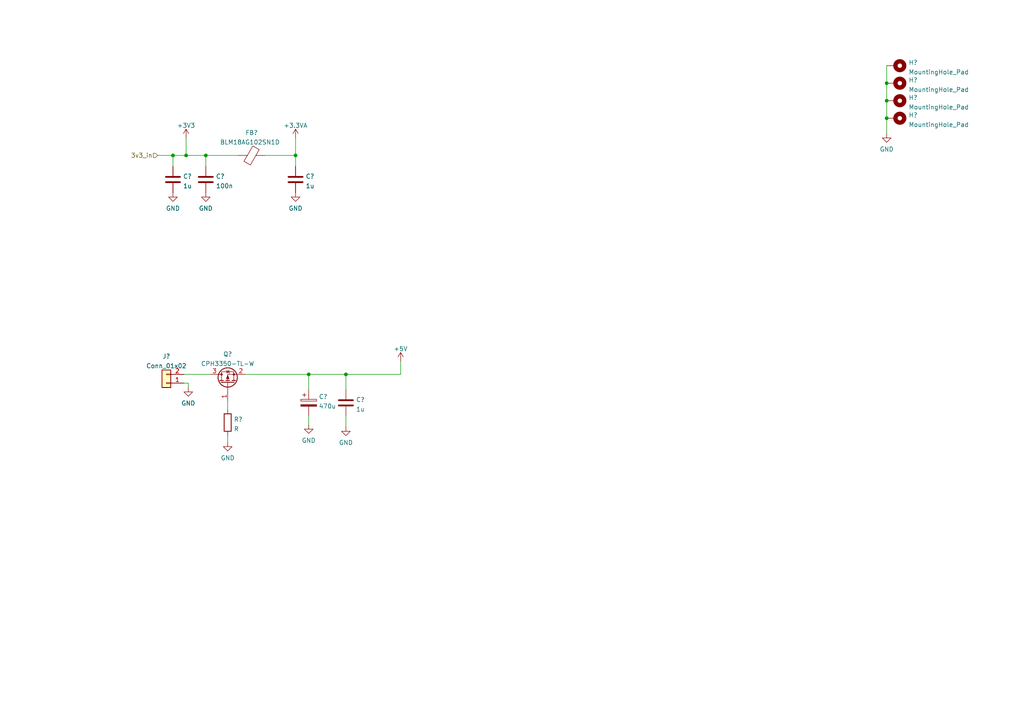
<source format=kicad_sch>
(kicad_sch (version 20211123) (generator eeschema)

  (uuid 6f8a94c2-2564-44ff-8ef7-78b629b66f65)

  (paper "A4")

  (lib_symbols
    (symbol "Connector_Generic:Conn_01x02" (pin_names (offset 1.016) hide) (in_bom yes) (on_board yes)
      (property "Reference" "J" (id 0) (at 0 2.54 0)
        (effects (font (size 1.27 1.27)))
      )
      (property "Value" "Conn_01x02" (id 1) (at 0 -5.08 0)
        (effects (font (size 1.27 1.27)))
      )
      (property "Footprint" "" (id 2) (at 0 0 0)
        (effects (font (size 1.27 1.27)) hide)
      )
      (property "Datasheet" "~" (id 3) (at 0 0 0)
        (effects (font (size 1.27 1.27)) hide)
      )
      (property "ki_keywords" "connector" (id 4) (at 0 0 0)
        (effects (font (size 1.27 1.27)) hide)
      )
      (property "ki_description" "Generic connector, single row, 01x02, script generated (kicad-library-utils/schlib/autogen/connector/)" (id 5) (at 0 0 0)
        (effects (font (size 1.27 1.27)) hide)
      )
      (property "ki_fp_filters" "Connector*:*_1x??_*" (id 6) (at 0 0 0)
        (effects (font (size 1.27 1.27)) hide)
      )
      (symbol "Conn_01x02_1_1"
        (rectangle (start -1.27 -2.413) (end 0 -2.667)
          (stroke (width 0.1524) (type default) (color 0 0 0 0))
          (fill (type none))
        )
        (rectangle (start -1.27 0.127) (end 0 -0.127)
          (stroke (width 0.1524) (type default) (color 0 0 0 0))
          (fill (type none))
        )
        (rectangle (start -1.27 1.27) (end 1.27 -3.81)
          (stroke (width 0.254) (type default) (color 0 0 0 0))
          (fill (type background))
        )
        (pin passive line (at -5.08 0 0) (length 3.81)
          (name "Pin_1" (effects (font (size 1.27 1.27))))
          (number "1" (effects (font (size 1.27 1.27))))
        )
        (pin passive line (at -5.08 -2.54 0) (length 3.81)
          (name "Pin_2" (effects (font (size 1.27 1.27))))
          (number "2" (effects (font (size 1.27 1.27))))
        )
      )
    )
    (symbol "Device:C" (pin_numbers hide) (pin_names (offset 0.254)) (in_bom yes) (on_board yes)
      (property "Reference" "C" (id 0) (at 0.635 2.54 0)
        (effects (font (size 1.27 1.27)) (justify left))
      )
      (property "Value" "C" (id 1) (at 0.635 -2.54 0)
        (effects (font (size 1.27 1.27)) (justify left))
      )
      (property "Footprint" "" (id 2) (at 0.9652 -3.81 0)
        (effects (font (size 1.27 1.27)) hide)
      )
      (property "Datasheet" "~" (id 3) (at 0 0 0)
        (effects (font (size 1.27 1.27)) hide)
      )
      (property "ki_keywords" "cap capacitor" (id 4) (at 0 0 0)
        (effects (font (size 1.27 1.27)) hide)
      )
      (property "ki_description" "Unpolarized capacitor" (id 5) (at 0 0 0)
        (effects (font (size 1.27 1.27)) hide)
      )
      (property "ki_fp_filters" "C_*" (id 6) (at 0 0 0)
        (effects (font (size 1.27 1.27)) hide)
      )
      (symbol "C_0_1"
        (polyline
          (pts
            (xy -2.032 -0.762)
            (xy 2.032 -0.762)
          )
          (stroke (width 0.508) (type default) (color 0 0 0 0))
          (fill (type none))
        )
        (polyline
          (pts
            (xy -2.032 0.762)
            (xy 2.032 0.762)
          )
          (stroke (width 0.508) (type default) (color 0 0 0 0))
          (fill (type none))
        )
      )
      (symbol "C_1_1"
        (pin passive line (at 0 3.81 270) (length 2.794)
          (name "~" (effects (font (size 1.27 1.27))))
          (number "1" (effects (font (size 1.27 1.27))))
        )
        (pin passive line (at 0 -3.81 90) (length 2.794)
          (name "~" (effects (font (size 1.27 1.27))))
          (number "2" (effects (font (size 1.27 1.27))))
        )
      )
    )
    (symbol "Device:C_Polarized" (pin_numbers hide) (pin_names (offset 0.254)) (in_bom yes) (on_board yes)
      (property "Reference" "C" (id 0) (at 0.635 2.54 0)
        (effects (font (size 1.27 1.27)) (justify left))
      )
      (property "Value" "C_Polarized" (id 1) (at 0.635 -2.54 0)
        (effects (font (size 1.27 1.27)) (justify left))
      )
      (property "Footprint" "" (id 2) (at 0.9652 -3.81 0)
        (effects (font (size 1.27 1.27)) hide)
      )
      (property "Datasheet" "~" (id 3) (at 0 0 0)
        (effects (font (size 1.27 1.27)) hide)
      )
      (property "ki_keywords" "cap capacitor" (id 4) (at 0 0 0)
        (effects (font (size 1.27 1.27)) hide)
      )
      (property "ki_description" "Polarized capacitor" (id 5) (at 0 0 0)
        (effects (font (size 1.27 1.27)) hide)
      )
      (property "ki_fp_filters" "CP_*" (id 6) (at 0 0 0)
        (effects (font (size 1.27 1.27)) hide)
      )
      (symbol "C_Polarized_0_1"
        (rectangle (start -2.286 0.508) (end 2.286 1.016)
          (stroke (width 0) (type default) (color 0 0 0 0))
          (fill (type none))
        )
        (polyline
          (pts
            (xy -1.778 2.286)
            (xy -0.762 2.286)
          )
          (stroke (width 0) (type default) (color 0 0 0 0))
          (fill (type none))
        )
        (polyline
          (pts
            (xy -1.27 2.794)
            (xy -1.27 1.778)
          )
          (stroke (width 0) (type default) (color 0 0 0 0))
          (fill (type none))
        )
        (rectangle (start 2.286 -0.508) (end -2.286 -1.016)
          (stroke (width 0) (type default) (color 0 0 0 0))
          (fill (type outline))
        )
      )
      (symbol "C_Polarized_1_1"
        (pin passive line (at 0 3.81 270) (length 2.794)
          (name "~" (effects (font (size 1.27 1.27))))
          (number "1" (effects (font (size 1.27 1.27))))
        )
        (pin passive line (at 0 -3.81 90) (length 2.794)
          (name "~" (effects (font (size 1.27 1.27))))
          (number "2" (effects (font (size 1.27 1.27))))
        )
      )
    )
    (symbol "Device:FerriteBead" (pin_numbers hide) (pin_names (offset 0)) (in_bom yes) (on_board yes)
      (property "Reference" "FB" (id 0) (at -3.81 0.635 90)
        (effects (font (size 1.27 1.27)))
      )
      (property "Value" "FerriteBead" (id 1) (at 3.81 0 90)
        (effects (font (size 1.27 1.27)))
      )
      (property "Footprint" "" (id 2) (at -1.778 0 90)
        (effects (font (size 1.27 1.27)) hide)
      )
      (property "Datasheet" "~" (id 3) (at 0 0 0)
        (effects (font (size 1.27 1.27)) hide)
      )
      (property "ki_keywords" "L ferrite bead inductor filter" (id 4) (at 0 0 0)
        (effects (font (size 1.27 1.27)) hide)
      )
      (property "ki_description" "Ferrite bead" (id 5) (at 0 0 0)
        (effects (font (size 1.27 1.27)) hide)
      )
      (property "ki_fp_filters" "Inductor_* L_* *Ferrite*" (id 6) (at 0 0 0)
        (effects (font (size 1.27 1.27)) hide)
      )
      (symbol "FerriteBead_0_1"
        (polyline
          (pts
            (xy 0 -1.27)
            (xy 0 -1.2192)
          )
          (stroke (width 0) (type default) (color 0 0 0 0))
          (fill (type none))
        )
        (polyline
          (pts
            (xy 0 1.27)
            (xy 0 1.2954)
          )
          (stroke (width 0) (type default) (color 0 0 0 0))
          (fill (type none))
        )
        (polyline
          (pts
            (xy -2.7686 0.4064)
            (xy -1.7018 2.2606)
            (xy 2.7686 -0.3048)
            (xy 1.6764 -2.159)
            (xy -2.7686 0.4064)
          )
          (stroke (width 0) (type default) (color 0 0 0 0))
          (fill (type none))
        )
      )
      (symbol "FerriteBead_1_1"
        (pin passive line (at 0 3.81 270) (length 2.54)
          (name "~" (effects (font (size 1.27 1.27))))
          (number "1" (effects (font (size 1.27 1.27))))
        )
        (pin passive line (at 0 -3.81 90) (length 2.54)
          (name "~" (effects (font (size 1.27 1.27))))
          (number "2" (effects (font (size 1.27 1.27))))
        )
      )
    )
    (symbol "Device:Q_PMOS_GSD" (pin_names (offset 0) hide) (in_bom yes) (on_board yes)
      (property "Reference" "Q" (id 0) (at 5.08 1.27 0)
        (effects (font (size 1.27 1.27)) (justify left))
      )
      (property "Value" "Q_PMOS_GSD" (id 1) (at 5.08 -1.27 0)
        (effects (font (size 1.27 1.27)) (justify left))
      )
      (property "Footprint" "" (id 2) (at 5.08 2.54 0)
        (effects (font (size 1.27 1.27)) hide)
      )
      (property "Datasheet" "~" (id 3) (at 0 0 0)
        (effects (font (size 1.27 1.27)) hide)
      )
      (property "ki_keywords" "transistor PMOS P-MOS P-MOSFET" (id 4) (at 0 0 0)
        (effects (font (size 1.27 1.27)) hide)
      )
      (property "ki_description" "P-MOSFET transistor, gate/source/drain" (id 5) (at 0 0 0)
        (effects (font (size 1.27 1.27)) hide)
      )
      (symbol "Q_PMOS_GSD_0_1"
        (polyline
          (pts
            (xy 0.254 0)
            (xy -2.54 0)
          )
          (stroke (width 0) (type default) (color 0 0 0 0))
          (fill (type none))
        )
        (polyline
          (pts
            (xy 0.254 1.905)
            (xy 0.254 -1.905)
          )
          (stroke (width 0.254) (type default) (color 0 0 0 0))
          (fill (type none))
        )
        (polyline
          (pts
            (xy 0.762 -1.27)
            (xy 0.762 -2.286)
          )
          (stroke (width 0.254) (type default) (color 0 0 0 0))
          (fill (type none))
        )
        (polyline
          (pts
            (xy 0.762 0.508)
            (xy 0.762 -0.508)
          )
          (stroke (width 0.254) (type default) (color 0 0 0 0))
          (fill (type none))
        )
        (polyline
          (pts
            (xy 0.762 2.286)
            (xy 0.762 1.27)
          )
          (stroke (width 0.254) (type default) (color 0 0 0 0))
          (fill (type none))
        )
        (polyline
          (pts
            (xy 2.54 2.54)
            (xy 2.54 1.778)
          )
          (stroke (width 0) (type default) (color 0 0 0 0))
          (fill (type none))
        )
        (polyline
          (pts
            (xy 2.54 -2.54)
            (xy 2.54 0)
            (xy 0.762 0)
          )
          (stroke (width 0) (type default) (color 0 0 0 0))
          (fill (type none))
        )
        (polyline
          (pts
            (xy 0.762 1.778)
            (xy 3.302 1.778)
            (xy 3.302 -1.778)
            (xy 0.762 -1.778)
          )
          (stroke (width 0) (type default) (color 0 0 0 0))
          (fill (type none))
        )
        (polyline
          (pts
            (xy 2.286 0)
            (xy 1.27 0.381)
            (xy 1.27 -0.381)
            (xy 2.286 0)
          )
          (stroke (width 0) (type default) (color 0 0 0 0))
          (fill (type outline))
        )
        (polyline
          (pts
            (xy 2.794 -0.508)
            (xy 2.921 -0.381)
            (xy 3.683 -0.381)
            (xy 3.81 -0.254)
          )
          (stroke (width 0) (type default) (color 0 0 0 0))
          (fill (type none))
        )
        (polyline
          (pts
            (xy 3.302 -0.381)
            (xy 2.921 0.254)
            (xy 3.683 0.254)
            (xy 3.302 -0.381)
          )
          (stroke (width 0) (type default) (color 0 0 0 0))
          (fill (type none))
        )
        (circle (center 1.651 0) (radius 2.794)
          (stroke (width 0.254) (type default) (color 0 0 0 0))
          (fill (type none))
        )
        (circle (center 2.54 -1.778) (radius 0.254)
          (stroke (width 0) (type default) (color 0 0 0 0))
          (fill (type outline))
        )
        (circle (center 2.54 1.778) (radius 0.254)
          (stroke (width 0) (type default) (color 0 0 0 0))
          (fill (type outline))
        )
      )
      (symbol "Q_PMOS_GSD_1_1"
        (pin input line (at -5.08 0 0) (length 2.54)
          (name "G" (effects (font (size 1.27 1.27))))
          (number "1" (effects (font (size 1.27 1.27))))
        )
        (pin passive line (at 2.54 -5.08 90) (length 2.54)
          (name "S" (effects (font (size 1.27 1.27))))
          (number "2" (effects (font (size 1.27 1.27))))
        )
        (pin passive line (at 2.54 5.08 270) (length 2.54)
          (name "D" (effects (font (size 1.27 1.27))))
          (number "3" (effects (font (size 1.27 1.27))))
        )
      )
    )
    (symbol "Device:R" (pin_numbers hide) (pin_names (offset 0)) (in_bom yes) (on_board yes)
      (property "Reference" "R" (id 0) (at 2.032 0 90)
        (effects (font (size 1.27 1.27)))
      )
      (property "Value" "R" (id 1) (at 0 0 90)
        (effects (font (size 1.27 1.27)))
      )
      (property "Footprint" "" (id 2) (at -1.778 0 90)
        (effects (font (size 1.27 1.27)) hide)
      )
      (property "Datasheet" "~" (id 3) (at 0 0 0)
        (effects (font (size 1.27 1.27)) hide)
      )
      (property "ki_keywords" "R res resistor" (id 4) (at 0 0 0)
        (effects (font (size 1.27 1.27)) hide)
      )
      (property "ki_description" "Resistor" (id 5) (at 0 0 0)
        (effects (font (size 1.27 1.27)) hide)
      )
      (property "ki_fp_filters" "R_*" (id 6) (at 0 0 0)
        (effects (font (size 1.27 1.27)) hide)
      )
      (symbol "R_0_1"
        (rectangle (start -1.016 -2.54) (end 1.016 2.54)
          (stroke (width 0.254) (type default) (color 0 0 0 0))
          (fill (type none))
        )
      )
      (symbol "R_1_1"
        (pin passive line (at 0 3.81 270) (length 1.27)
          (name "~" (effects (font (size 1.27 1.27))))
          (number "1" (effects (font (size 1.27 1.27))))
        )
        (pin passive line (at 0 -3.81 90) (length 1.27)
          (name "~" (effects (font (size 1.27 1.27))))
          (number "2" (effects (font (size 1.27 1.27))))
        )
      )
    )
    (symbol "Mechanical:MountingHole_Pad" (pin_numbers hide) (pin_names (offset 1.016) hide) (in_bom yes) (on_board yes)
      (property "Reference" "H" (id 0) (at 0 6.35 0)
        (effects (font (size 1.27 1.27)))
      )
      (property "Value" "MountingHole_Pad" (id 1) (at 0 4.445 0)
        (effects (font (size 1.27 1.27)))
      )
      (property "Footprint" "" (id 2) (at 0 0 0)
        (effects (font (size 1.27 1.27)) hide)
      )
      (property "Datasheet" "~" (id 3) (at 0 0 0)
        (effects (font (size 1.27 1.27)) hide)
      )
      (property "ki_keywords" "mounting hole" (id 4) (at 0 0 0)
        (effects (font (size 1.27 1.27)) hide)
      )
      (property "ki_description" "Mounting Hole with connection" (id 5) (at 0 0 0)
        (effects (font (size 1.27 1.27)) hide)
      )
      (property "ki_fp_filters" "MountingHole*Pad*" (id 6) (at 0 0 0)
        (effects (font (size 1.27 1.27)) hide)
      )
      (symbol "MountingHole_Pad_0_1"
        (circle (center 0 1.27) (radius 1.27)
          (stroke (width 1.27) (type default) (color 0 0 0 0))
          (fill (type none))
        )
      )
      (symbol "MountingHole_Pad_1_1"
        (pin input line (at 0 -2.54 90) (length 2.54)
          (name "1" (effects (font (size 1.27 1.27))))
          (number "1" (effects (font (size 1.27 1.27))))
        )
      )
    )
    (symbol "power:+3.3VA" (power) (pin_names (offset 0)) (in_bom yes) (on_board yes)
      (property "Reference" "#PWR" (id 0) (at 0 -3.81 0)
        (effects (font (size 1.27 1.27)) hide)
      )
      (property "Value" "+3.3VA" (id 1) (at 0 3.556 0)
        (effects (font (size 1.27 1.27)))
      )
      (property "Footprint" "" (id 2) (at 0 0 0)
        (effects (font (size 1.27 1.27)) hide)
      )
      (property "Datasheet" "" (id 3) (at 0 0 0)
        (effects (font (size 1.27 1.27)) hide)
      )
      (property "ki_keywords" "power-flag" (id 4) (at 0 0 0)
        (effects (font (size 1.27 1.27)) hide)
      )
      (property "ki_description" "Power symbol creates a global label with name \"+3.3VA\"" (id 5) (at 0 0 0)
        (effects (font (size 1.27 1.27)) hide)
      )
      (symbol "+3.3VA_0_1"
        (polyline
          (pts
            (xy -0.762 1.27)
            (xy 0 2.54)
          )
          (stroke (width 0) (type default) (color 0 0 0 0))
          (fill (type none))
        )
        (polyline
          (pts
            (xy 0 0)
            (xy 0 2.54)
          )
          (stroke (width 0) (type default) (color 0 0 0 0))
          (fill (type none))
        )
        (polyline
          (pts
            (xy 0 2.54)
            (xy 0.762 1.27)
          )
          (stroke (width 0) (type default) (color 0 0 0 0))
          (fill (type none))
        )
      )
      (symbol "+3.3VA_1_1"
        (pin power_in line (at 0 0 90) (length 0) hide
          (name "+3.3VA" (effects (font (size 1.27 1.27))))
          (number "1" (effects (font (size 1.27 1.27))))
        )
      )
    )
    (symbol "power:+3V3" (power) (pin_names (offset 0)) (in_bom yes) (on_board yes)
      (property "Reference" "#PWR" (id 0) (at 0 -3.81 0)
        (effects (font (size 1.27 1.27)) hide)
      )
      (property "Value" "+3V3" (id 1) (at 0 3.556 0)
        (effects (font (size 1.27 1.27)))
      )
      (property "Footprint" "" (id 2) (at 0 0 0)
        (effects (font (size 1.27 1.27)) hide)
      )
      (property "Datasheet" "" (id 3) (at 0 0 0)
        (effects (font (size 1.27 1.27)) hide)
      )
      (property "ki_keywords" "power-flag" (id 4) (at 0 0 0)
        (effects (font (size 1.27 1.27)) hide)
      )
      (property "ki_description" "Power symbol creates a global label with name \"+3V3\"" (id 5) (at 0 0 0)
        (effects (font (size 1.27 1.27)) hide)
      )
      (symbol "+3V3_0_1"
        (polyline
          (pts
            (xy -0.762 1.27)
            (xy 0 2.54)
          )
          (stroke (width 0) (type default) (color 0 0 0 0))
          (fill (type none))
        )
        (polyline
          (pts
            (xy 0 0)
            (xy 0 2.54)
          )
          (stroke (width 0) (type default) (color 0 0 0 0))
          (fill (type none))
        )
        (polyline
          (pts
            (xy 0 2.54)
            (xy 0.762 1.27)
          )
          (stroke (width 0) (type default) (color 0 0 0 0))
          (fill (type none))
        )
      )
      (symbol "+3V3_1_1"
        (pin power_in line (at 0 0 90) (length 0) hide
          (name "+3V3" (effects (font (size 1.27 1.27))))
          (number "1" (effects (font (size 1.27 1.27))))
        )
      )
    )
    (symbol "power:+5V" (power) (pin_names (offset 0)) (in_bom yes) (on_board yes)
      (property "Reference" "#PWR" (id 0) (at 0 -3.81 0)
        (effects (font (size 1.27 1.27)) hide)
      )
      (property "Value" "+5V" (id 1) (at 0 3.556 0)
        (effects (font (size 1.27 1.27)))
      )
      (property "Footprint" "" (id 2) (at 0 0 0)
        (effects (font (size 1.27 1.27)) hide)
      )
      (property "Datasheet" "" (id 3) (at 0 0 0)
        (effects (font (size 1.27 1.27)) hide)
      )
      (property "ki_keywords" "power-flag" (id 4) (at 0 0 0)
        (effects (font (size 1.27 1.27)) hide)
      )
      (property "ki_description" "Power symbol creates a global label with name \"+5V\"" (id 5) (at 0 0 0)
        (effects (font (size 1.27 1.27)) hide)
      )
      (symbol "+5V_0_1"
        (polyline
          (pts
            (xy -0.762 1.27)
            (xy 0 2.54)
          )
          (stroke (width 0) (type default) (color 0 0 0 0))
          (fill (type none))
        )
        (polyline
          (pts
            (xy 0 0)
            (xy 0 2.54)
          )
          (stroke (width 0) (type default) (color 0 0 0 0))
          (fill (type none))
        )
        (polyline
          (pts
            (xy 0 2.54)
            (xy 0.762 1.27)
          )
          (stroke (width 0) (type default) (color 0 0 0 0))
          (fill (type none))
        )
      )
      (symbol "+5V_1_1"
        (pin power_in line (at 0 0 90) (length 0) hide
          (name "+5V" (effects (font (size 1.27 1.27))))
          (number "1" (effects (font (size 1.27 1.27))))
        )
      )
    )
    (symbol "power:GND" (power) (pin_names (offset 0)) (in_bom yes) (on_board yes)
      (property "Reference" "#PWR" (id 0) (at 0 -6.35 0)
        (effects (font (size 1.27 1.27)) hide)
      )
      (property "Value" "GND" (id 1) (at 0 -3.81 0)
        (effects (font (size 1.27 1.27)))
      )
      (property "Footprint" "" (id 2) (at 0 0 0)
        (effects (font (size 1.27 1.27)) hide)
      )
      (property "Datasheet" "" (id 3) (at 0 0 0)
        (effects (font (size 1.27 1.27)) hide)
      )
      (property "ki_keywords" "power-flag" (id 4) (at 0 0 0)
        (effects (font (size 1.27 1.27)) hide)
      )
      (property "ki_description" "Power symbol creates a global label with name \"GND\" , ground" (id 5) (at 0 0 0)
        (effects (font (size 1.27 1.27)) hide)
      )
      (symbol "GND_0_1"
        (polyline
          (pts
            (xy 0 0)
            (xy 0 -1.27)
            (xy 1.27 -1.27)
            (xy 0 -2.54)
            (xy -1.27 -1.27)
            (xy 0 -1.27)
          )
          (stroke (width 0) (type default) (color 0 0 0 0))
          (fill (type none))
        )
      )
      (symbol "GND_1_1"
        (pin power_in line (at 0 0 270) (length 0) hide
          (name "GND" (effects (font (size 1.27 1.27))))
          (number "1" (effects (font (size 1.27 1.27))))
        )
      )
    )
  )

  (junction (at 59.69 45.085) (diameter 0) (color 0 0 0 0)
    (uuid 03c08b9d-e0c1-4a5e-857a-0bfb494c06ab)
  )
  (junction (at 85.725 45.085) (diameter 0) (color 0 0 0 0)
    (uuid 0dde564e-8aa1-43d6-bdae-cd4c74024d5a)
  )
  (junction (at 257.175 24.13) (diameter 0) (color 0 0 0 0)
    (uuid 2ef63660-0a05-4d31-8000-b0f9bff07c8a)
  )
  (junction (at 257.175 29.21) (diameter 0) (color 0 0 0 0)
    (uuid a0bdfc6e-db72-445d-abb9-578009e073c0)
  )
  (junction (at 50.165 45.085) (diameter 0) (color 0 0 0 0)
    (uuid a21b440b-6a73-428a-85ff-92afb9a0fbd4)
  )
  (junction (at 100.33 108.585) (diameter 0) (color 0 0 0 0)
    (uuid a69d930f-15cf-4e77-a933-9aaeac43f320)
  )
  (junction (at 257.175 34.29) (diameter 0) (color 0 0 0 0)
    (uuid abc8bdec-eee6-4588-bc3d-4a9cf291d5dc)
  )
  (junction (at 89.535 108.585) (diameter 0) (color 0 0 0 0)
    (uuid daf79403-179f-4140-9b96-d5b8145d6f14)
  )
  (junction (at 53.975 45.085) (diameter 0) (color 0 0 0 0)
    (uuid e0a5aad3-f508-43df-bae6-0043aee5754b)
  )

  (wire (pts (xy 257.175 29.21) (xy 257.175 34.29))
    (stroke (width 0) (type default) (color 0 0 0 0))
    (uuid 053443e3-8626-4722-a092-03b21cf4c7eb)
  )
  (wire (pts (xy 85.725 45.085) (xy 85.725 48.26))
    (stroke (width 0) (type default) (color 0 0 0 0))
    (uuid 0a74e8d5-b768-4ac6-ae9b-56c9043d399e)
  )
  (wire (pts (xy 66.04 126.365) (xy 66.04 128.27))
    (stroke (width 0) (type default) (color 0 0 0 0))
    (uuid 2873ca7b-1dde-47a3-89a5-03169052d4c0)
  )
  (wire (pts (xy 53.34 108.585) (xy 60.96 108.585))
    (stroke (width 0) (type default) (color 0 0 0 0))
    (uuid 2c2bd8a2-7131-4939-a40b-fbfb2ff9c4ce)
  )
  (wire (pts (xy 50.165 45.085) (xy 53.975 45.085))
    (stroke (width 0) (type default) (color 0 0 0 0))
    (uuid 3453a37a-08c3-41ac-8399-53f1184fecea)
  )
  (wire (pts (xy 45.72 45.085) (xy 50.165 45.085))
    (stroke (width 0) (type default) (color 0 0 0 0))
    (uuid 36ab6e8b-a50e-4921-a525-99dea017ce13)
  )
  (wire (pts (xy 59.69 45.085) (xy 69.215 45.085))
    (stroke (width 0) (type default) (color 0 0 0 0))
    (uuid 50df6957-bd83-4ed1-af2e-3ac7ffe58f86)
  )
  (wire (pts (xy 257.175 24.13) (xy 257.175 29.21))
    (stroke (width 0) (type default) (color 0 0 0 0))
    (uuid 5479fcee-f6c7-4bd9-84af-50fb3d744b42)
  )
  (wire (pts (xy 54.61 111.125) (xy 53.34 111.125))
    (stroke (width 0) (type default) (color 0 0 0 0))
    (uuid 61c519a6-c8b5-4ec1-9fd5-8582351e4e13)
  )
  (wire (pts (xy 66.04 116.205) (xy 66.04 118.745))
    (stroke (width 0) (type default) (color 0 0 0 0))
    (uuid 61dce9d2-2ade-4294-8171-36c740f10fc8)
  )
  (wire (pts (xy 71.12 108.585) (xy 89.535 108.585))
    (stroke (width 0) (type default) (color 0 0 0 0))
    (uuid 673f80e0-6db2-4e85-9529-d6190aa5c0ef)
  )
  (wire (pts (xy 116.205 104.775) (xy 116.205 108.585))
    (stroke (width 0) (type default) (color 0 0 0 0))
    (uuid 6f5945f0-ae6d-4950-802e-0e2b18191f4a)
  )
  (wire (pts (xy 100.33 120.65) (xy 100.33 123.825))
    (stroke (width 0) (type default) (color 0 0 0 0))
    (uuid 74201f06-9359-41b8-a247-cd320b4cdf36)
  )
  (wire (pts (xy 50.165 48.26) (xy 50.165 45.085))
    (stroke (width 0) (type default) (color 0 0 0 0))
    (uuid 95cd98ea-bbfb-419c-a11b-2c81c03a6d2b)
  )
  (wire (pts (xy 89.535 108.585) (xy 100.33 108.585))
    (stroke (width 0) (type default) (color 0 0 0 0))
    (uuid 9f482877-60f3-4ad0-96ab-57531e7be6d4)
  )
  (wire (pts (xy 100.33 108.585) (xy 116.205 108.585))
    (stroke (width 0) (type default) (color 0 0 0 0))
    (uuid a9328e49-f480-47b4-8b2d-0ed51912d550)
  )
  (wire (pts (xy 53.975 40.005) (xy 53.975 45.085))
    (stroke (width 0) (type default) (color 0 0 0 0))
    (uuid aa14b274-b1d1-476c-8fbc-39d14362a5ec)
  )
  (wire (pts (xy 59.69 45.085) (xy 59.69 48.26))
    (stroke (width 0) (type default) (color 0 0 0 0))
    (uuid aa9a51e7-688a-4745-9d4a-f89447a4f4c7)
  )
  (wire (pts (xy 257.175 34.29) (xy 257.175 38.735))
    (stroke (width 0) (type default) (color 0 0 0 0))
    (uuid b92b9a87-9a25-4e04-82cc-fd22ea1b3d7e)
  )
  (wire (pts (xy 100.33 113.03) (xy 100.33 108.585))
    (stroke (width 0) (type default) (color 0 0 0 0))
    (uuid b93fb010-60cf-46a1-acd1-cd7915d6abfd)
  )
  (wire (pts (xy 85.725 40.005) (xy 85.725 45.085))
    (stroke (width 0) (type default) (color 0 0 0 0))
    (uuid c114369d-51ff-4ad6-92fe-d389198a1d30)
  )
  (wire (pts (xy 257.175 19.05) (xy 257.175 24.13))
    (stroke (width 0) (type default) (color 0 0 0 0))
    (uuid c3d01296-e7db-457e-b67e-f1ce86706689)
  )
  (wire (pts (xy 89.535 120.65) (xy 89.535 123.19))
    (stroke (width 0) (type default) (color 0 0 0 0))
    (uuid d5859079-54f6-4ca0-b1e2-e420150676fa)
  )
  (wire (pts (xy 76.835 45.085) (xy 85.725 45.085))
    (stroke (width 0) (type default) (color 0 0 0 0))
    (uuid e03312bb-f504-4293-8471-5027871ace08)
  )
  (wire (pts (xy 54.61 112.395) (xy 54.61 111.125))
    (stroke (width 0) (type default) (color 0 0 0 0))
    (uuid e5029944-683b-4d04-96fe-663d71aba1b4)
  )
  (wire (pts (xy 89.535 108.585) (xy 89.535 113.03))
    (stroke (width 0) (type default) (color 0 0 0 0))
    (uuid f334ed85-988e-4ae1-9cd1-97dda88eb8d0)
  )
  (wire (pts (xy 53.975 45.085) (xy 59.69 45.085))
    (stroke (width 0) (type default) (color 0 0 0 0))
    (uuid f961dba1-1aef-4b61-91e4-db344b37b6dc)
  )

  (hierarchical_label "3v3_in" (shape input) (at 45.72 45.085 180)
    (effects (font (size 1.27 1.27)) (justify right))
    (uuid e6e8cb1c-99c6-4a51-b8c2-8b0d4585350d)
  )

  (symbol (lib_id "power:GND") (at 89.535 123.19 0) (unit 1)
    (in_bom yes) (on_board yes) (fields_autoplaced)
    (uuid 18000003-50aa-4356-8b36-711604922d9d)
    (property "Reference" "#PWR?" (id 0) (at 89.535 129.54 0)
      (effects (font (size 1.27 1.27)) hide)
    )
    (property "Value" "GND" (id 1) (at 89.535 127.7525 0))
    (property "Footprint" "" (id 2) (at 89.535 123.19 0)
      (effects (font (size 1.27 1.27)) hide)
    )
    (property "Datasheet" "" (id 3) (at 89.535 123.19 0)
      (effects (font (size 1.27 1.27)) hide)
    )
    (pin "1" (uuid 4c20dfa5-af42-419c-930b-b07c6e438899))
  )

  (symbol (lib_id "power:GND") (at 257.175 38.735 0) (unit 1)
    (in_bom yes) (on_board yes) (fields_autoplaced)
    (uuid 2f4124bd-6f7f-4656-b4e6-1919dd06a3ed)
    (property "Reference" "#PWR?" (id 0) (at 257.175 45.085 0)
      (effects (font (size 1.27 1.27)) hide)
    )
    (property "Value" "GND" (id 1) (at 257.175 43.2975 0))
    (property "Footprint" "" (id 2) (at 257.175 38.735 0)
      (effects (font (size 1.27 1.27)) hide)
    )
    (property "Datasheet" "" (id 3) (at 257.175 38.735 0)
      (effects (font (size 1.27 1.27)) hide)
    )
    (pin "1" (uuid db61134a-02f2-4294-aed2-2531255e2303))
  )

  (symbol (lib_id "Mechanical:MountingHole_Pad") (at 259.715 34.29 270) (unit 1)
    (in_bom yes) (on_board yes) (fields_autoplaced)
    (uuid 341e7888-80a6-476e-926d-0e739f79f08f)
    (property "Reference" "H?" (id 0) (at 263.525 33.3815 90)
      (effects (font (size 1.27 1.27)) (justify left))
    )
    (property "Value" "MountingHole_Pad" (id 1) (at 263.525 36.1566 90)
      (effects (font (size 1.27 1.27)) (justify left))
    )
    (property "Footprint" "MountingHole:MountingHole_3.2mm_M3_DIN965_Pad" (id 2) (at 259.715 34.29 0)
      (effects (font (size 1.27 1.27)) hide)
    )
    (property "Datasheet" "~" (id 3) (at 259.715 34.29 0)
      (effects (font (size 1.27 1.27)) hide)
    )
    (pin "1" (uuid 7236997d-70e4-47f7-b3da-a7b4c1d51c78))
  )

  (symbol (lib_id "Device:C") (at 59.69 52.07 0) (unit 1)
    (in_bom yes) (on_board yes) (fields_autoplaced)
    (uuid 37f5ef12-f2b4-420d-bc50-e6a88389767d)
    (property "Reference" "C?" (id 0) (at 62.611 51.1615 0)
      (effects (font (size 1.27 1.27)) (justify left))
    )
    (property "Value" "100n" (id 1) (at 62.611 53.9366 0)
      (effects (font (size 1.27 1.27)) (justify left))
    )
    (property "Footprint" "Capacitor_SMD:C_0603_1608Metric_Pad1.08x0.95mm_HandSolder" (id 2) (at 60.6552 55.88 0)
      (effects (font (size 1.27 1.27)) hide)
    )
    (property "Datasheet" "~" (id 3) (at 59.69 52.07 0)
      (effects (font (size 1.27 1.27)) hide)
    )
    (pin "1" (uuid f5841db6-712d-4fce-8037-4efae6106332))
    (pin "2" (uuid 15879082-85c1-4b38-a4ef-3be202ca38bc))
  )

  (symbol (lib_id "power:GND") (at 59.69 55.88 0) (unit 1)
    (in_bom yes) (on_board yes) (fields_autoplaced)
    (uuid 49d6f366-47cf-4957-a47b-e8b91f43a466)
    (property "Reference" "#PWR?" (id 0) (at 59.69 62.23 0)
      (effects (font (size 1.27 1.27)) hide)
    )
    (property "Value" "GND" (id 1) (at 59.69 60.4425 0))
    (property "Footprint" "" (id 2) (at 59.69 55.88 0)
      (effects (font (size 1.27 1.27)) hide)
    )
    (property "Datasheet" "" (id 3) (at 59.69 55.88 0)
      (effects (font (size 1.27 1.27)) hide)
    )
    (pin "1" (uuid 50462b30-63f3-42d3-99ca-d8987a4e7a0a))
  )

  (symbol (lib_id "Mechanical:MountingHole_Pad") (at 259.715 29.21 270) (unit 1)
    (in_bom yes) (on_board yes) (fields_autoplaced)
    (uuid 53779ece-1ba9-42a6-afb4-fbe6a11f5f8b)
    (property "Reference" "H?" (id 0) (at 263.525 28.3015 90)
      (effects (font (size 1.27 1.27)) (justify left))
    )
    (property "Value" "MountingHole_Pad" (id 1) (at 263.525 31.0766 90)
      (effects (font (size 1.27 1.27)) (justify left))
    )
    (property "Footprint" "MountingHole:MountingHole_3.2mm_M3_DIN965_Pad" (id 2) (at 259.715 29.21 0)
      (effects (font (size 1.27 1.27)) hide)
    )
    (property "Datasheet" "~" (id 3) (at 259.715 29.21 0)
      (effects (font (size 1.27 1.27)) hide)
    )
    (pin "1" (uuid 589e9103-5974-4036-b792-2d816362fea8))
  )

  (symbol (lib_id "power:GND") (at 100.33 123.825 0) (unit 1)
    (in_bom yes) (on_board yes) (fields_autoplaced)
    (uuid 543215a6-48ea-4fed-b454-ead6df905235)
    (property "Reference" "#PWR?" (id 0) (at 100.33 130.175 0)
      (effects (font (size 1.27 1.27)) hide)
    )
    (property "Value" "GND" (id 1) (at 100.33 128.3875 0))
    (property "Footprint" "" (id 2) (at 100.33 123.825 0)
      (effects (font (size 1.27 1.27)) hide)
    )
    (property "Datasheet" "" (id 3) (at 100.33 123.825 0)
      (effects (font (size 1.27 1.27)) hide)
    )
    (pin "1" (uuid 115fa9e3-7209-4eff-8748-386731abf6a2))
  )

  (symbol (lib_id "Device:C_Polarized") (at 89.535 116.84 0) (unit 1)
    (in_bom yes) (on_board yes) (fields_autoplaced)
    (uuid 5fe5618a-6d59-4561-b694-093f5a659709)
    (property "Reference" "C?" (id 0) (at 92.456 115.0425 0)
      (effects (font (size 1.27 1.27)) (justify left))
    )
    (property "Value" "470u" (id 1) (at 92.456 117.8176 0)
      (effects (font (size 1.27 1.27)) (justify left))
    )
    (property "Footprint" "Capacitor_SMD:CP_Elec_10x10.5" (id 2) (at 90.5002 120.65 0)
      (effects (font (size 1.27 1.27)) hide)
    )
    (property "Datasheet" "~" (id 3) (at 89.535 116.84 0)
      (effects (font (size 1.27 1.27)) hide)
    )
    (pin "1" (uuid 9f1d414b-9597-4adf-8bdf-bf3dadfca676))
    (pin "2" (uuid aa211e3a-e3ac-4a0d-851d-d46d63fefe49))
  )

  (symbol (lib_id "power:GND") (at 50.165 55.88 0) (unit 1)
    (in_bom yes) (on_board yes) (fields_autoplaced)
    (uuid 6334004c-d102-4d66-8792-6633add00687)
    (property "Reference" "#PWR?" (id 0) (at 50.165 62.23 0)
      (effects (font (size 1.27 1.27)) hide)
    )
    (property "Value" "GND" (id 1) (at 50.165 60.4425 0))
    (property "Footprint" "" (id 2) (at 50.165 55.88 0)
      (effects (font (size 1.27 1.27)) hide)
    )
    (property "Datasheet" "" (id 3) (at 50.165 55.88 0)
      (effects (font (size 1.27 1.27)) hide)
    )
    (pin "1" (uuid d41f7b8e-5442-478f-963a-ff8cc7f8754a))
  )

  (symbol (lib_id "Mechanical:MountingHole_Pad") (at 259.715 24.13 270) (unit 1)
    (in_bom yes) (on_board yes) (fields_autoplaced)
    (uuid 65f5ce00-ffb9-4eee-ad31-db0d6ba0e78e)
    (property "Reference" "H?" (id 0) (at 263.525 23.2215 90)
      (effects (font (size 1.27 1.27)) (justify left))
    )
    (property "Value" "MountingHole_Pad" (id 1) (at 263.525 25.9966 90)
      (effects (font (size 1.27 1.27)) (justify left))
    )
    (property "Footprint" "MountingHole:MountingHole_3.2mm_M3_DIN965_Pad" (id 2) (at 259.715 24.13 0)
      (effects (font (size 1.27 1.27)) hide)
    )
    (property "Datasheet" "~" (id 3) (at 259.715 24.13 0)
      (effects (font (size 1.27 1.27)) hide)
    )
    (pin "1" (uuid 995b17d8-f255-4e97-9b41-8377c8e889cd))
  )

  (symbol (lib_id "Mechanical:MountingHole_Pad") (at 259.715 19.05 270) (unit 1)
    (in_bom yes) (on_board yes) (fields_autoplaced)
    (uuid 6cac5d21-4aa8-4e31-8d35-224c43255bd2)
    (property "Reference" "H?" (id 0) (at 263.525 18.1415 90)
      (effects (font (size 1.27 1.27)) (justify left))
    )
    (property "Value" "MountingHole_Pad" (id 1) (at 263.525 20.9166 90)
      (effects (font (size 1.27 1.27)) (justify left))
    )
    (property "Footprint" "MountingHole:MountingHole_3.2mm_M3_DIN965_Pad" (id 2) (at 259.715 19.05 0)
      (effects (font (size 1.27 1.27)) hide)
    )
    (property "Datasheet" "~" (id 3) (at 259.715 19.05 0)
      (effects (font (size 1.27 1.27)) hide)
    )
    (pin "1" (uuid 04942929-fd58-40a8-b223-bfaddf88a642))
  )

  (symbol (lib_id "power:+5V") (at 116.205 104.775 0) (unit 1)
    (in_bom yes) (on_board yes) (fields_autoplaced)
    (uuid 707666cf-9623-424e-85ec-1778517a26c7)
    (property "Reference" "#PWR?" (id 0) (at 116.205 108.585 0)
      (effects (font (size 1.27 1.27)) hide)
    )
    (property "Value" "+5V" (id 1) (at 116.205 101.1705 0))
    (property "Footprint" "" (id 2) (at 116.205 104.775 0)
      (effects (font (size 1.27 1.27)) hide)
    )
    (property "Datasheet" "" (id 3) (at 116.205 104.775 0)
      (effects (font (size 1.27 1.27)) hide)
    )
    (pin "1" (uuid af9d3afc-7b99-4012-8392-b9d6ffc862a0))
  )

  (symbol (lib_id "Device:C") (at 85.725 52.07 0) (unit 1)
    (in_bom yes) (on_board yes) (fields_autoplaced)
    (uuid 70a1598c-088e-40c7-9409-ffbaeee3ca57)
    (property "Reference" "C?" (id 0) (at 88.646 51.1615 0)
      (effects (font (size 1.27 1.27)) (justify left))
    )
    (property "Value" "1u" (id 1) (at 88.646 53.9366 0)
      (effects (font (size 1.27 1.27)) (justify left))
    )
    (property "Footprint" "Capacitor_SMD:C_0603_1608Metric_Pad1.08x0.95mm_HandSolder" (id 2) (at 86.6902 55.88 0)
      (effects (font (size 1.27 1.27)) hide)
    )
    (property "Datasheet" "~" (id 3) (at 85.725 52.07 0)
      (effects (font (size 1.27 1.27)) hide)
    )
    (pin "1" (uuid 29d5dc87-c5e9-4781-ac7b-900eb106b369))
    (pin "2" (uuid d74c5996-2876-4e76-9687-1f4504e57c6e))
  )

  (symbol (lib_id "Device:Q_PMOS_GSD") (at 66.04 111.125 90) (unit 1)
    (in_bom yes) (on_board yes) (fields_autoplaced)
    (uuid 715304e2-e9b4-46bc-b6b7-408f17c7e41b)
    (property "Reference" "Q?" (id 0) (at 66.04 102.7135 90))
    (property "Value" "CPH3350-TL-W" (id 1) (at 66.04 105.4886 90))
    (property "Footprint" "Package_TO_SOT_SMD:SOT-23_Handsoldering" (id 2) (at 63.5 106.045 0)
      (effects (font (size 1.27 1.27)) hide)
    )
    (property "Datasheet" "~" (id 3) (at 66.04 111.125 0)
      (effects (font (size 1.27 1.27)) hide)
    )
    (pin "1" (uuid 2acf7178-e46f-498a-8933-88eeeb556d91))
    (pin "2" (uuid 435ed1b3-d983-4fc7-bf51-4d9a357ee38e))
    (pin "3" (uuid 1b1b204f-5ec5-4f51-8768-b08451aa9dd0))
  )

  (symbol (lib_id "power:+3.3VA") (at 85.725 40.005 0) (unit 1)
    (in_bom yes) (on_board yes) (fields_autoplaced)
    (uuid 73e637d1-22da-4621-8d2b-4532a1d74784)
    (property "Reference" "#PWR?" (id 0) (at 85.725 43.815 0)
      (effects (font (size 1.27 1.27)) hide)
    )
    (property "Value" "+3.3VA" (id 1) (at 85.725 36.4005 0))
    (property "Footprint" "" (id 2) (at 85.725 40.005 0)
      (effects (font (size 1.27 1.27)) hide)
    )
    (property "Datasheet" "" (id 3) (at 85.725 40.005 0)
      (effects (font (size 1.27 1.27)) hide)
    )
    (pin "1" (uuid cc1c4e67-2ea5-43a2-903e-0f14c3663b45))
  )

  (symbol (lib_id "Device:FerriteBead") (at 73.025 45.085 90) (unit 1)
    (in_bom yes) (on_board yes) (fields_autoplaced)
    (uuid 89235039-6123-45f6-be40-eb5be3e39977)
    (property "Reference" "FB?" (id 0) (at 72.9742 38.4769 90))
    (property "Value" "BLM18AG102SN1D " (id 1) (at 72.9742 41.252 90))
    (property "Footprint" "" (id 2) (at 73.025 46.863 90)
      (effects (font (size 1.27 1.27)) hide)
    )
    (property "Datasheet" "~" (id 3) (at 73.025 45.085 0)
      (effects (font (size 1.27 1.27)) hide)
    )
    (pin "1" (uuid 5514df24-d6ad-4b71-b27a-b05d1ef90a0c))
    (pin "2" (uuid fab82891-bb2e-4ddc-a910-dd76ee44e8d8))
  )

  (symbol (lib_id "power:GND") (at 85.725 55.88 0) (unit 1)
    (in_bom yes) (on_board yes) (fields_autoplaced)
    (uuid 8a9ab01b-0010-45c0-bf9a-0468a70f1adf)
    (property "Reference" "#PWR?" (id 0) (at 85.725 62.23 0)
      (effects (font (size 1.27 1.27)) hide)
    )
    (property "Value" "GND" (id 1) (at 85.725 60.4425 0))
    (property "Footprint" "" (id 2) (at 85.725 55.88 0)
      (effects (font (size 1.27 1.27)) hide)
    )
    (property "Datasheet" "" (id 3) (at 85.725 55.88 0)
      (effects (font (size 1.27 1.27)) hide)
    )
    (pin "1" (uuid 9cd63a16-1c40-4f0f-baa0-9356ee8673dc))
  )

  (symbol (lib_id "power:GND") (at 66.04 128.27 0) (unit 1)
    (in_bom yes) (on_board yes) (fields_autoplaced)
    (uuid a33ee35c-72a0-4aa3-a5ae-a089ff65332b)
    (property "Reference" "#PWR?" (id 0) (at 66.04 134.62 0)
      (effects (font (size 1.27 1.27)) hide)
    )
    (property "Value" "GND" (id 1) (at 66.04 132.8325 0))
    (property "Footprint" "" (id 2) (at 66.04 128.27 0)
      (effects (font (size 1.27 1.27)) hide)
    )
    (property "Datasheet" "" (id 3) (at 66.04 128.27 0)
      (effects (font (size 1.27 1.27)) hide)
    )
    (pin "1" (uuid 22aa9e3d-d832-4db4-94aa-ccbe336c22e9))
  )

  (symbol (lib_id "Device:R") (at 66.04 122.555 0) (unit 1)
    (in_bom yes) (on_board yes) (fields_autoplaced)
    (uuid aaf6246d-623c-47e9-af0d-507a27caa6aa)
    (property "Reference" "R?" (id 0) (at 67.818 121.6465 0)
      (effects (font (size 1.27 1.27)) (justify left))
    )
    (property "Value" "R" (id 1) (at 67.818 124.4216 0)
      (effects (font (size 1.27 1.27)) (justify left))
    )
    (property "Footprint" "Resistor_SMD:R_0603_1608Metric_Pad0.98x0.95mm_HandSolder" (id 2) (at 64.262 122.555 90)
      (effects (font (size 1.27 1.27)) hide)
    )
    (property "Datasheet" "~" (id 3) (at 66.04 122.555 0)
      (effects (font (size 1.27 1.27)) hide)
    )
    (pin "1" (uuid bea9e793-017a-43c5-9eb2-f20eb55f67f9))
    (pin "2" (uuid 1f349878-9c94-410a-a47f-7669c534fd63))
  )

  (symbol (lib_id "power:GND") (at 54.61 112.395 0) (unit 1)
    (in_bom yes) (on_board yes) (fields_autoplaced)
    (uuid caa92967-509d-4e95-8b03-aec8fb718d3b)
    (property "Reference" "#PWR?" (id 0) (at 54.61 118.745 0)
      (effects (font (size 1.27 1.27)) hide)
    )
    (property "Value" "GND" (id 1) (at 54.61 116.9575 0))
    (property "Footprint" "" (id 2) (at 54.61 112.395 0)
      (effects (font (size 1.27 1.27)) hide)
    )
    (property "Datasheet" "" (id 3) (at 54.61 112.395 0)
      (effects (font (size 1.27 1.27)) hide)
    )
    (pin "1" (uuid d3b87670-ef07-44b7-87c5-d30711c1e45b))
  )

  (symbol (lib_id "Device:C") (at 100.33 116.84 0) (unit 1)
    (in_bom yes) (on_board yes) (fields_autoplaced)
    (uuid d2b8cfe5-88f9-4a79-810c-2ad08c9a8bcd)
    (property "Reference" "C?" (id 0) (at 103.251 115.9315 0)
      (effects (font (size 1.27 1.27)) (justify left))
    )
    (property "Value" "1u" (id 1) (at 103.251 118.7066 0)
      (effects (font (size 1.27 1.27)) (justify left))
    )
    (property "Footprint" "Capacitor_SMD:C_0603_1608Metric_Pad1.08x0.95mm_HandSolder" (id 2) (at 101.2952 120.65 0)
      (effects (font (size 1.27 1.27)) hide)
    )
    (property "Datasheet" "~" (id 3) (at 100.33 116.84 0)
      (effects (font (size 1.27 1.27)) hide)
    )
    (pin "1" (uuid 13cc46ff-b93a-452e-99ff-1e338b6ef23c))
    (pin "2" (uuid 55a9f6b6-8390-45ef-8c2b-3ac8e39db83c))
  )

  (symbol (lib_id "Device:C") (at 50.165 52.07 0) (unit 1)
    (in_bom yes) (on_board yes) (fields_autoplaced)
    (uuid dc3b6efd-6581-432b-b549-4254b803ca9c)
    (property "Reference" "C?" (id 0) (at 53.086 51.1615 0)
      (effects (font (size 1.27 1.27)) (justify left))
    )
    (property "Value" "1u" (id 1) (at 53.086 53.9366 0)
      (effects (font (size 1.27 1.27)) (justify left))
    )
    (property "Footprint" "Capacitor_SMD:C_0603_1608Metric_Pad1.08x0.95mm_HandSolder" (id 2) (at 51.1302 55.88 0)
      (effects (font (size 1.27 1.27)) hide)
    )
    (property "Datasheet" "~" (id 3) (at 50.165 52.07 0)
      (effects (font (size 1.27 1.27)) hide)
    )
    (pin "1" (uuid 31749c79-514b-47b1-b124-242c8d4a0677))
    (pin "2" (uuid 3144fbe4-2293-4444-9064-13a7fd3eaf19))
  )

  (symbol (lib_id "power:+3V3") (at 53.975 40.005 0) (unit 1)
    (in_bom yes) (on_board yes) (fields_autoplaced)
    (uuid ea5092d3-1643-4e1f-af60-115a323ff9b5)
    (property "Reference" "#PWR?" (id 0) (at 53.975 43.815 0)
      (effects (font (size 1.27 1.27)) hide)
    )
    (property "Value" "+3V3" (id 1) (at 53.975 36.4005 0))
    (property "Footprint" "" (id 2) (at 53.975 40.005 0)
      (effects (font (size 1.27 1.27)) hide)
    )
    (property "Datasheet" "" (id 3) (at 53.975 40.005 0)
      (effects (font (size 1.27 1.27)) hide)
    )
    (pin "1" (uuid ce121447-ba75-41d4-bd97-efebd24ccf50))
  )

  (symbol (lib_id "Connector_Generic:Conn_01x02") (at 48.26 111.125 180) (unit 1)
    (in_bom yes) (on_board yes) (fields_autoplaced)
    (uuid fa5475b4-7af0-4a0d-a227-0ab6585680bf)
    (property "Reference" "J?" (id 0) (at 48.26 103.3485 0))
    (property "Value" "Conn_01x02" (id 1) (at 48.26 106.1236 0))
    (property "Footprint" "TerminalBlock:TerminalBlock_bornier-2_P5.08mm" (id 2) (at 48.26 111.125 0)
      (effects (font (size 1.27 1.27)) hide)
    )
    (property "Datasheet" "~" (id 3) (at 48.26 111.125 0)
      (effects (font (size 1.27 1.27)) hide)
    )
    (pin "1" (uuid 18969bdc-65bf-4fb2-9bf3-8751268cbe50))
    (pin "2" (uuid 3a3259d6-dbbe-4a9f-8f2d-6e3ca59cdeae))
  )
)

</source>
